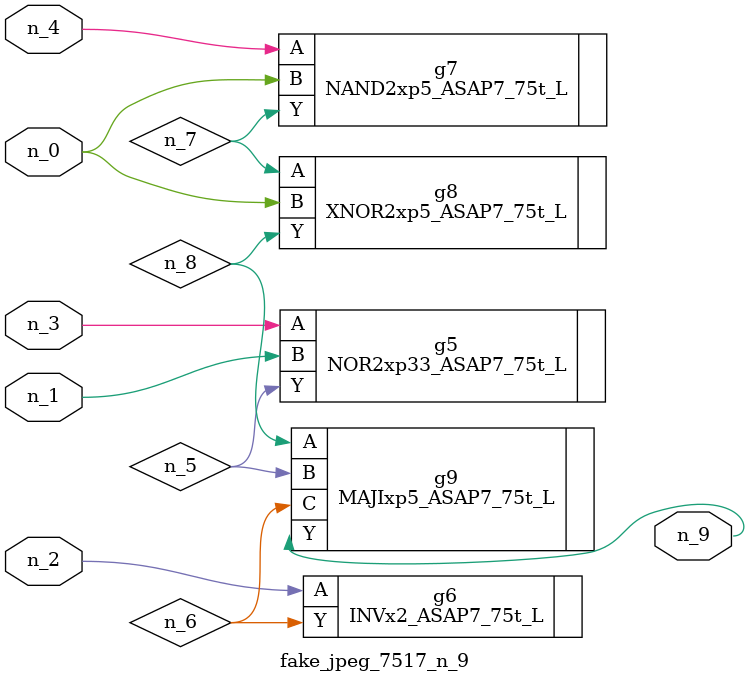
<source format=v>
module fake_jpeg_7517_n_9 (n_3, n_2, n_1, n_0, n_4, n_9);

input n_3;
input n_2;
input n_1;
input n_0;
input n_4;

output n_9;

wire n_8;
wire n_6;
wire n_5;
wire n_7;

NOR2xp33_ASAP7_75t_L g5 ( 
.A(n_3),
.B(n_1),
.Y(n_5)
);

INVx2_ASAP7_75t_L g6 ( 
.A(n_2),
.Y(n_6)
);

NAND2xp5_ASAP7_75t_L g7 ( 
.A(n_4),
.B(n_0),
.Y(n_7)
);

XNOR2xp5_ASAP7_75t_L g8 ( 
.A(n_7),
.B(n_0),
.Y(n_8)
);

MAJIxp5_ASAP7_75t_L g9 ( 
.A(n_8),
.B(n_5),
.C(n_6),
.Y(n_9)
);


endmodule
</source>
